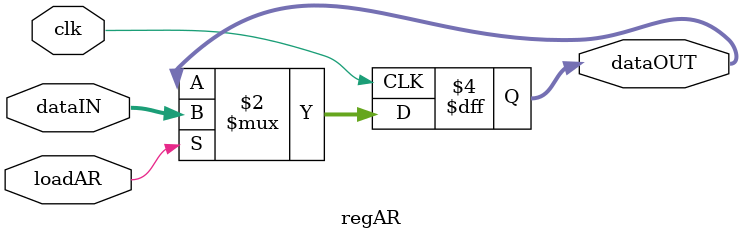
<source format=v>

module regAR
#(parameter addrWidth=12)
(
input clk,
input loadAR,
input [addrWidth-1:0] dataIN,
output reg [addrWidth-1:0] dataOUT);


always@(negedge clk)
begin
	if(loadAR)
		dataOUT<=dataIN;
end

endmodule
</source>
